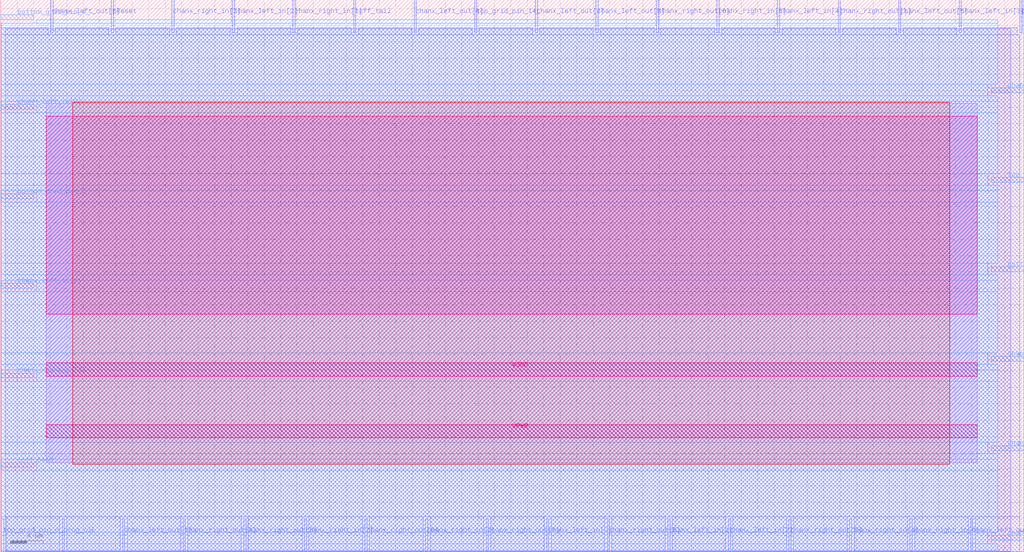
<source format=lef>
VERSION 5.7 ;
  NAMESCASESENSITIVE ON ;
  NOWIREEXTENSIONATPIN ON ;
  DIVIDERCHAR "/" ;
  BUSBITCHARS "[]" ;
UNITS
  DATABASE MICRONS 200 ;
END UNITS

MACRO cbx_1__1_
  CLASS BLOCK ;
  FOREIGN cbx_1__1_ ;
  ORIGIN 0.000 0.000 ;
  SIZE 124.340 BY 67.080 ;
  PIN bottom_grid_pin_0_
    DIRECTION OUTPUT TRISTATE ;
    PORT
      LAYER met3 ;
        RECT 120.340 34.040 124.340 34.640 ;
    END
  END bottom_grid_pin_0_
  PIN bottom_grid_pin_4_
    DIRECTION OUTPUT TRISTATE ;
    PORT
      LAYER met3 ;
        RECT 0.000 64.640 4.000 65.240 ;
    END
  END bottom_grid_pin_4_
  PIN bottom_grid_pin_8_
    DIRECTION OUTPUT TRISTATE ;
    PORT
      LAYER met3 ;
        RECT 0.000 42.880 4.000 43.480 ;
    END
  END bottom_grid_pin_8_
  PIN ccff_head
    DIRECTION INPUT ;
    PORT
      LAYER met3 ;
        RECT 0.000 10.240 4.000 10.840 ;
    END
  END ccff_head
  PIN ccff_tail
    DIRECTION OUTPUT TRISTATE ;
    PORT
      LAYER met2 ;
        RECT 42.870 63.080 43.150 67.080 ;
    END
  END ccff_tail
  PIN chanx_left_in[0]
    DIRECTION INPUT ;
    PORT
      LAYER met2 ;
        RECT 66.330 0.000 66.610 4.000 ;
    END
  END chanx_left_in[0]
  PIN chanx_left_in[1]
    DIRECTION INPUT ;
    PORT
      LAYER met2 ;
        RECT 81.050 0.000 81.330 4.000 ;
    END
  END chanx_left_in[1]
  PIN chanx_left_in[2]
    DIRECTION INPUT ;
    PORT
      LAYER met2 ;
        RECT 28.150 63.080 28.430 67.080 ;
    END
  END chanx_left_in[2]
  PIN chanx_left_in[3]
    DIRECTION INPUT ;
    PORT
      LAYER met2 ;
        RECT 116.470 63.080 116.750 67.080 ;
    END
  END chanx_left_in[3]
  PIN chanx_left_in[4]
    DIRECTION INPUT ;
    PORT
      LAYER met2 ;
        RECT 94.390 63.080 94.670 67.080 ;
    END
  END chanx_left_in[4]
  PIN chanx_left_in[5]
    DIRECTION INPUT ;
    PORT
      LAYER met3 ;
        RECT 120.340 55.800 124.340 56.400 ;
    END
  END chanx_left_in[5]
  PIN chanx_left_in[6]
    DIRECTION INPUT ;
    PORT
      LAYER met3 ;
        RECT 0.000 32.000 4.000 32.600 ;
    END
  END chanx_left_in[6]
  PIN chanx_left_in[7]
    DIRECTION INPUT ;
    PORT
      LAYER met2 ;
        RECT 88.410 0.000 88.690 4.000 ;
    END
  END chanx_left_in[7]
  PIN chanx_left_in[8]
    DIRECTION INPUT ;
    PORT
      LAYER met3 ;
        RECT 0.000 53.760 4.000 54.360 ;
    END
  END chanx_left_in[8]
  PIN chanx_left_out[0]
    DIRECTION OUTPUT TRISTATE ;
    PORT
      LAYER met2 ;
        RECT 50.230 63.080 50.510 67.080 ;
    END
  END chanx_left_out[0]
  PIN chanx_left_out[1]
    DIRECTION OUTPUT TRISTATE ;
    PORT
      LAYER met2 ;
        RECT 14.810 0.000 15.090 4.000 ;
    END
  END chanx_left_out[1]
  PIN chanx_left_out[2]
    DIRECTION OUTPUT TRISTATE ;
    PORT
      LAYER met3 ;
        RECT 120.340 1.400 124.340 2.000 ;
    END
  END chanx_left_out[2]
  PIN chanx_left_out[3]
    DIRECTION OUTPUT TRISTATE ;
    PORT
      LAYER met2 ;
        RECT 64.950 63.080 65.230 67.080 ;
    END
  END chanx_left_out[3]
  PIN chanx_left_out[4]
    DIRECTION OUTPUT TRISTATE ;
    PORT
      LAYER met3 ;
        RECT 120.340 23.160 124.340 23.760 ;
    END
  END chanx_left_out[4]
  PIN chanx_left_out[5]
    DIRECTION OUTPUT TRISTATE ;
    PORT
      LAYER met2 ;
        RECT 109.110 63.080 109.390 67.080 ;
    END
  END chanx_left_out[5]
  PIN chanx_left_out[6]
    DIRECTION OUTPUT TRISTATE ;
    PORT
      LAYER met2 ;
        RECT 117.850 0.000 118.130 4.000 ;
    END
  END chanx_left_out[6]
  PIN chanx_left_out[7]
    DIRECTION OUTPUT TRISTATE ;
    PORT
      LAYER met2 ;
        RECT 6.070 63.080 6.350 67.080 ;
    END
  END chanx_left_out[7]
  PIN chanx_left_out[8]
    DIRECTION OUTPUT TRISTATE ;
    PORT
      LAYER met2 ;
        RECT 72.310 63.080 72.590 67.080 ;
    END
  END chanx_left_out[8]
  PIN chanx_right_in[0]
    DIRECTION INPUT ;
    PORT
      LAYER met2 ;
        RECT 110.490 0.000 110.770 4.000 ;
    END
  END chanx_right_in[0]
  PIN chanx_right_in[1]
    DIRECTION INPUT ;
    PORT
      LAYER met2 ;
        RECT 35.510 63.080 35.790 67.080 ;
    END
  END chanx_right_in[1]
  PIN chanx_right_in[2]
    DIRECTION INPUT ;
    PORT
      LAYER met2 ;
        RECT 36.890 0.000 37.170 4.000 ;
    END
  END chanx_right_in[2]
  PIN chanx_right_in[3]
    DIRECTION INPUT ;
    PORT
      LAYER met2 ;
        RECT 20.790 63.080 21.070 67.080 ;
    END
  END chanx_right_in[3]
  PIN chanx_right_in[4]
    DIRECTION INPUT ;
    PORT
      LAYER met2 ;
        RECT 103.130 0.000 103.410 4.000 ;
    END
  END chanx_right_in[4]
  PIN chanx_right_in[5]
    DIRECTION INPUT ;
    PORT
      LAYER met2 ;
        RECT 87.030 63.080 87.310 67.080 ;
    END
  END chanx_right_in[5]
  PIN chanx_right_in[6]
    DIRECTION INPUT ;
    PORT
      LAYER met3 ;
        RECT 0.000 21.120 4.000 21.720 ;
    END
  END chanx_right_in[6]
  PIN chanx_right_in[7]
    DIRECTION INPUT ;
    PORT
      LAYER met2 ;
        RECT 51.610 0.000 51.890 4.000 ;
    END
  END chanx_right_in[7]
  PIN chanx_right_in[8]
    DIRECTION INPUT ;
    PORT
      LAYER met2 ;
        RECT 123.830 63.080 124.110 67.080 ;
    END
  END chanx_right_in[8]
  PIN chanx_right_out[0]
    DIRECTION OUTPUT TRISTATE ;
    PORT
      LAYER met2 ;
        RECT 79.670 63.080 79.950 67.080 ;
    END
  END chanx_right_out[0]
  PIN chanx_right_out[1]
    DIRECTION OUTPUT TRISTATE ;
    PORT
      LAYER met2 ;
        RECT 101.750 63.080 102.030 67.080 ;
    END
  END chanx_right_out[1]
  PIN chanx_right_out[2]
    DIRECTION OUTPUT TRISTATE ;
    PORT
      LAYER met3 ;
        RECT 120.340 12.280 124.340 12.880 ;
    END
  END chanx_right_out[2]
  PIN chanx_right_out[3]
    DIRECTION OUTPUT TRISTATE ;
    PORT
      LAYER met2 ;
        RECT 29.530 0.000 29.810 4.000 ;
    END
  END chanx_right_out[3]
  PIN chanx_right_out[4]
    DIRECTION OUTPUT TRISTATE ;
    PORT
      LAYER met2 ;
        RECT 22.170 0.000 22.450 4.000 ;
    END
  END chanx_right_out[4]
  PIN chanx_right_out[5]
    DIRECTION OUTPUT TRISTATE ;
    PORT
      LAYER met2 ;
        RECT 95.770 0.000 96.050 4.000 ;
    END
  END chanx_right_out[5]
  PIN chanx_right_out[6]
    DIRECTION OUTPUT TRISTATE ;
    PORT
      LAYER met2 ;
        RECT 73.690 0.000 73.970 4.000 ;
    END
  END chanx_right_out[6]
  PIN chanx_right_out[7]
    DIRECTION OUTPUT TRISTATE ;
    PORT
      LAYER met2 ;
        RECT 58.970 0.000 59.250 4.000 ;
    END
  END chanx_right_out[7]
  PIN chanx_right_out[8]
    DIRECTION OUTPUT TRISTATE ;
    PORT
      LAYER met2 ;
        RECT 44.250 0.000 44.530 4.000 ;
    END
  END chanx_right_out[8]
  PIN pReset
    DIRECTION INPUT ;
    PORT
      LAYER met2 ;
        RECT 13.430 63.080 13.710 67.080 ;
    END
  END pReset
  PIN prog_clk
    DIRECTION INPUT ;
    PORT
      LAYER met2 ;
        RECT 7.450 0.000 7.730 4.000 ;
    END
  END prog_clk
  PIN top_grid_pin_14_
    DIRECTION OUTPUT TRISTATE ;
    PORT
      LAYER met2 ;
        RECT 57.590 63.080 57.870 67.080 ;
    END
  END top_grid_pin_14_
  PIN top_grid_pin_2_
    DIRECTION OUTPUT TRISTATE ;
    PORT
      LAYER met3 ;
        RECT 120.340 44.920 124.340 45.520 ;
    END
  END top_grid_pin_2_
  PIN top_grid_pin_6_
    DIRECTION OUTPUT TRISTATE ;
    PORT
      LAYER met2 ;
        RECT 0.090 0.000 0.370 4.000 ;
    END
  END top_grid_pin_6_
  PIN VPWR
    DIRECTION INPUT ;
    USE POWER ;
    PORT
      LAYER met5 ;
        RECT 5.520 13.840 118.680 15.440 ;
    END
  END VPWR
  PIN VGND
    DIRECTION INPUT ;
    USE GROUND ;
    PORT
      LAYER met5 ;
        RECT 5.520 21.340 118.680 22.940 ;
    END
  END VGND
  OBS
      LAYER li1 ;
        RECT 5.520 10.795 118.680 54.485 ;
      LAYER met1 ;
        RECT 0.530 0.040 122.750 63.540 ;
      LAYER met2 ;
        RECT 0.090 62.800 5.790 63.650 ;
        RECT 6.630 62.800 13.150 63.650 ;
        RECT 13.990 62.800 20.510 63.650 ;
        RECT 21.350 62.800 27.870 63.650 ;
        RECT 28.710 62.800 35.230 63.650 ;
        RECT 36.070 62.800 42.590 63.650 ;
        RECT 43.430 62.800 49.950 63.650 ;
        RECT 50.790 62.800 57.310 63.650 ;
        RECT 58.150 62.800 64.670 63.650 ;
        RECT 65.510 62.800 72.030 63.650 ;
        RECT 72.870 62.800 79.390 63.650 ;
        RECT 80.230 62.800 86.750 63.650 ;
        RECT 87.590 62.800 94.110 63.650 ;
        RECT 94.950 62.800 101.470 63.650 ;
        RECT 102.310 62.800 108.830 63.650 ;
        RECT 109.670 62.800 116.190 63.650 ;
        RECT 117.030 62.800 123.550 63.650 ;
        RECT 0.090 4.280 123.830 62.800 ;
        RECT 0.650 0.010 7.170 4.280 ;
        RECT 8.010 0.010 14.530 4.280 ;
        RECT 15.370 0.010 21.890 4.280 ;
        RECT 22.730 0.010 29.250 4.280 ;
        RECT 30.090 0.010 36.610 4.280 ;
        RECT 37.450 0.010 43.970 4.280 ;
        RECT 44.810 0.010 51.330 4.280 ;
        RECT 52.170 0.010 58.690 4.280 ;
        RECT 59.530 0.010 66.050 4.280 ;
        RECT 66.890 0.010 73.410 4.280 ;
        RECT 74.250 0.010 80.770 4.280 ;
        RECT 81.610 0.010 88.130 4.280 ;
        RECT 88.970 0.010 95.490 4.280 ;
        RECT 96.330 0.010 102.850 4.280 ;
        RECT 103.690 0.010 110.210 4.280 ;
        RECT 111.050 0.010 117.570 4.280 ;
        RECT 118.410 0.010 123.830 4.280 ;
      LAYER met3 ;
        RECT 4.400 64.240 121.130 64.640 ;
        RECT 0.065 56.800 121.130 64.240 ;
        RECT 0.065 55.400 119.940 56.800 ;
        RECT 0.065 54.760 121.130 55.400 ;
        RECT 4.400 53.360 121.130 54.760 ;
        RECT 0.065 45.920 121.130 53.360 ;
        RECT 0.065 44.520 119.940 45.920 ;
        RECT 0.065 43.880 121.130 44.520 ;
        RECT 4.400 42.480 121.130 43.880 ;
        RECT 0.065 35.040 121.130 42.480 ;
        RECT 0.065 33.640 119.940 35.040 ;
        RECT 0.065 33.000 121.130 33.640 ;
        RECT 4.400 31.600 121.130 33.000 ;
        RECT 0.065 24.160 121.130 31.600 ;
        RECT 0.065 22.760 119.940 24.160 ;
        RECT 0.065 22.120 121.130 22.760 ;
        RECT 4.400 20.720 121.130 22.120 ;
        RECT 0.065 13.280 121.130 20.720 ;
        RECT 0.065 11.880 119.940 13.280 ;
        RECT 0.065 11.240 121.130 11.880 ;
        RECT 4.400 9.840 121.130 11.240 ;
        RECT 0.065 2.400 121.130 9.840 ;
        RECT 0.065 1.000 119.940 2.400 ;
        RECT 0.065 0.175 121.130 1.000 ;
      LAYER met4 ;
        RECT 8.720 10.640 115.320 54.640 ;
      LAYER met5 ;
        RECT 5.520 28.840 118.680 52.940 ;
  END
END cbx_1__1_
END LIBRARY


</source>
